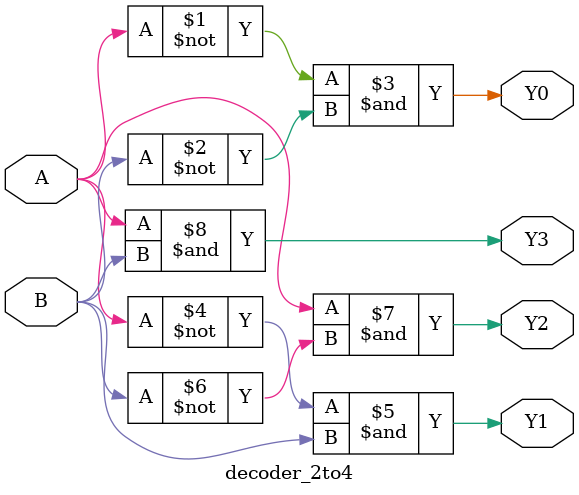
<source format=v>
module decoder_2to4 (
    input  A,
    input  B,
    output Y0,
    output Y1,
    output Y2,
    output Y3
);

    assign Y0 = (~A) & (~B);
    assign Y1 = (~A) & B;
    assign Y2 = A & (~B);
    assign Y3 = A & B;

endmodule

</source>
